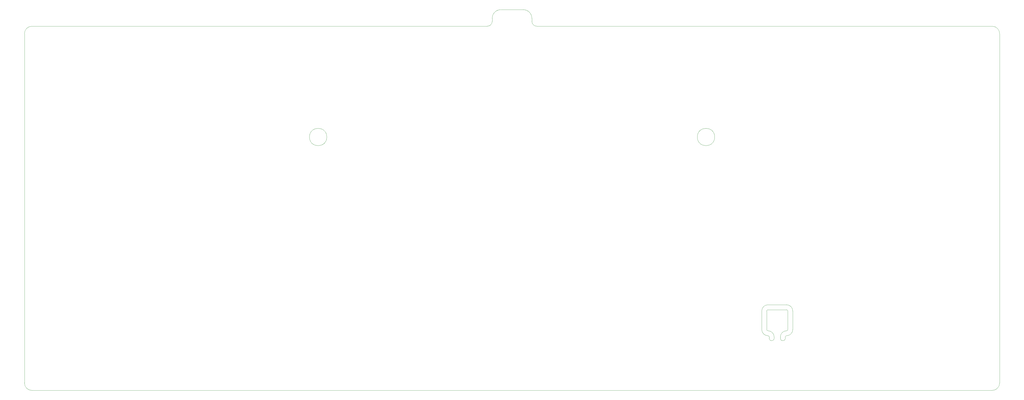
<source format=gbr>
G04 #@! TF.GenerationSoftware,KiCad,Pcbnew,(5.99.0-3379-gdb40e0c595)*
G04 #@! TF.CreationDate,2020-09-23T13:57:13-04:00*
G04 #@! TF.ProjectId,Boston-keyboard-S,426f7374-6f6e-42d6-9b65-79626f617264,rev?*
G04 #@! TF.SameCoordinates,Original*
G04 #@! TF.FileFunction,Profile,NP*
%FSLAX46Y46*%
G04 Gerber Fmt 4.6, Leading zero omitted, Abs format (unit mm)*
G04 Created by KiCad (PCBNEW (5.99.0-3379-gdb40e0c595)) date 2020-09-23 13:57:13*
%MOMM*%
%LPD*%
G01*
G04 APERTURE LIST*
G04 #@! TA.AperFunction,Profile*
%ADD10C,0.050000*%
G04 #@! TD*
G04 APERTURE END LIST*
D10*
X448475000Y-31000000D02*
G75*
G03*
X445475000Y-28000000I-3000000J0D01*
G01*
X362000000Y-153425000D02*
X362000000Y-153925000D01*
X360000000Y-153425000D02*
X360000000Y-153925000D01*
X355500000Y-153925000D02*
G75*
G03*
X357500000Y-153925000I1000000J0D01*
G01*
X354500000Y-142925000D02*
G75*
G02*
X355000000Y-142425000I500000J0D01*
G01*
X55000000Y-31000000D02*
X55000000Y-172000000D01*
X354500000Y-150425000D02*
G75*
G03*
X355000000Y-150925000I500000J0D01*
G01*
X256237000Y-21300000D02*
G75*
G02*
X259737000Y-24800000I0J-3500000D01*
G01*
X357500000Y-153925000D02*
X357500000Y-153425000D01*
X333500000Y-72712500D02*
G75*
G03*
X333500000Y-72712500I-3500000J0D01*
G01*
X354500000Y-150425000D02*
X354500000Y-142925000D01*
X177000000Y-72712500D02*
G75*
G03*
X177000000Y-72712500I-3500000J0D01*
G01*
X355500000Y-153925000D02*
X355500000Y-153425000D01*
X355000000Y-142425000D02*
X362500000Y-142425000D01*
X448475000Y-31000000D02*
X448475000Y-172000000D01*
X261737000Y-28000000D02*
G75*
G02*
X259737000Y-26000000I0J2000000D01*
G01*
X365000000Y-142925000D02*
X365000000Y-150425000D01*
X362500000Y-150925000D02*
G75*
G03*
X363000000Y-150425000I0J500000D01*
G01*
X58000000Y-175000000D02*
G75*
G02*
X55000000Y-172000000I0J3000000D01*
G01*
X360000000Y-153925000D02*
G75*
G03*
X362000000Y-153925000I1000000J0D01*
G01*
X362500000Y-152925000D02*
G75*
G03*
X365000000Y-150425000I0J2500000D01*
G01*
X362500000Y-140425000D02*
X355000000Y-140425000D01*
X355500000Y-153425000D02*
G75*
G03*
X355000000Y-152925000I-500000J0D01*
G01*
X360000000Y-153425000D02*
G75*
G02*
X362500000Y-150925000I2500000J0D01*
G01*
X448475000Y-172000000D02*
G75*
G02*
X445475000Y-175000000I-3000000J0D01*
G01*
X363000000Y-142925000D02*
G75*
G03*
X362500000Y-142425000I-500000J0D01*
G01*
X243737000Y-24800000D02*
X243737000Y-26000000D01*
X241737000Y-28000000D02*
G75*
G03*
X243737000Y-26000000I0J2000000D01*
G01*
X241737000Y-28000000D02*
X58000000Y-28000000D01*
X363000000Y-142925000D02*
X363000000Y-150425000D01*
X55000000Y-31000000D02*
G75*
G02*
X58000000Y-28000000I3000000J0D01*
G01*
X247237000Y-21300000D02*
X256237000Y-21300000D01*
X362000000Y-153425000D02*
G75*
G02*
X362500000Y-152925000I500000J0D01*
G01*
X445475000Y-175000000D02*
X58000000Y-175000000D01*
X352500000Y-142925000D02*
G75*
G02*
X355000000Y-140425000I2500000J0D01*
G01*
X357500000Y-153425000D02*
G75*
G03*
X355000000Y-150925000I-2500000J0D01*
G01*
X243737000Y-24800000D02*
G75*
G02*
X247237000Y-21300000I3500000J0D01*
G01*
X352500000Y-142925000D02*
X352500000Y-150425000D01*
X365000000Y-142925000D02*
G75*
G03*
X362500000Y-140425000I-2500000J0D01*
G01*
X259737000Y-24800000D02*
X259737000Y-26000000D01*
X352500000Y-150425000D02*
G75*
G03*
X355000000Y-152925000I2500000J0D01*
G01*
X261737000Y-28000000D02*
X445475000Y-28000000D01*
M02*

</source>
